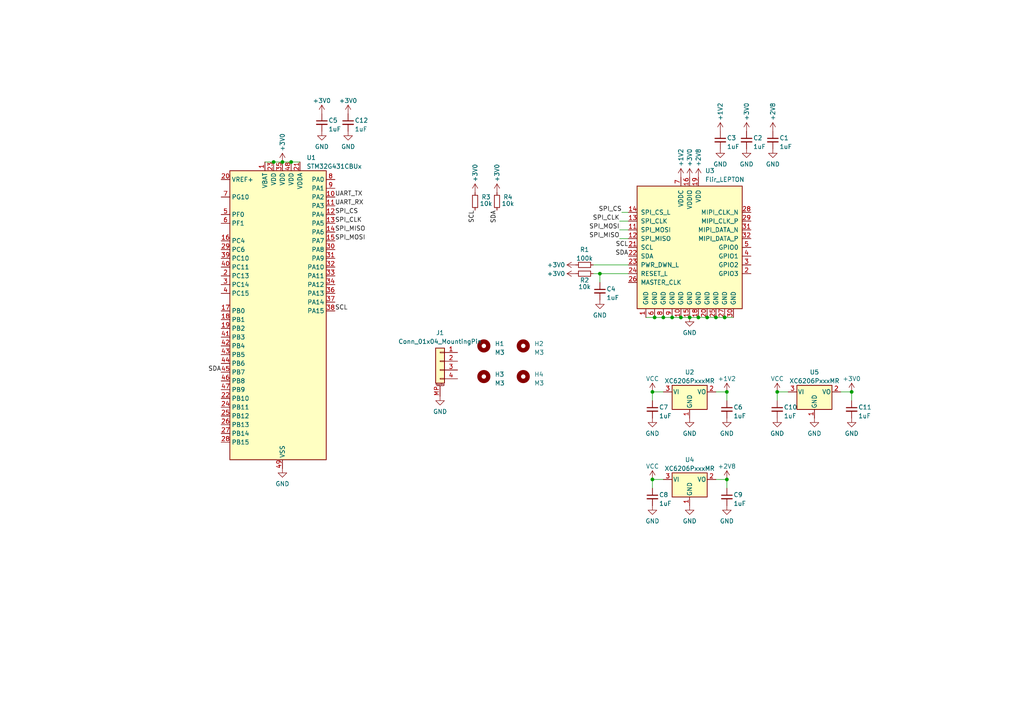
<source format=kicad_sch>
(kicad_sch (version 20230121) (generator eeschema)
  (paper "A4")
  (lib_symbols
    (symbol "Connector_Generic_MountingPin:Conn_01x04_MountingPin" (pin_names (offset 1.016) hide)
      (property "Reference" "J" (at 0 5.08 0))
      (property "Value" "Conn_01x04_MountingPin" (at 1.27 -7.62 0))
      (symbol "Conn_01x04_MountingPin_1_1"
        (rectangle (start -1.27 -4.953) (end 0 -5.207) (stroke (width 0.1524)))
        (rectangle (start -1.27 -2.413) (end 0 -2.667) (stroke (width 0.1524)))
        (rectangle (start -1.27 0.127) (end 0 -0.127) (stroke (width 0.1524)))
        (rectangle (start -1.27 2.667) (end 0 2.413) (stroke (width 0.1524)))
        (rectangle (start -1.27 3.81) (end 1.27 -6.35) (stroke (width 0.254)) (fill (type background)))
        (polyline (pts (xy -1.016 -7.112) (xy 1.016 -7.112)) (stroke (width 0.1524)))
        (text "Mounting" (at 0 -6.731 0) (effects (font (size 0.381 0.381))))
        (pin passive line (at -5.08 2.54 0) (length 3.81) (name "Pin_1") (number "1"))
        (pin passive line (at -5.08 0 0) (length 3.81) (name "Pin_2") (number "2"))
        (pin passive line (at -5.08 -2.54 0) (length 3.81) (name "Pin_3") (number "3"))
        (pin passive line (at -5.08 -5.08 0) (length 3.81) (name "Pin_4") (number "4"))
        (pin passive line (at 0 -10.16 90) (length 3.048) (name "MountPin") (number "MP"))
      )
    )
    (symbol "Device:C_Small" (pin_numbers hide) (pin_names (offset 0.254) hide)
      (property "Reference" "C" (at 0.254 1.778 0))
      (property "Value" "C_Small" (at 0.254 -2.032 0))
      (symbol "C_Small_0_1"
        (polyline (pts (xy -1.524 -0.508) (xy 1.524 -0.508)) (stroke (width 0.3302)))
        (polyline (pts (xy -1.524 0.508) (xy 1.524 0.508)) (stroke (width 0.3048)))
      )
      (symbol "C_Small_1_1"
        (pin passive line (at 0 2.54 270) (length 2.032) (name "~") (number "1"))
        (pin passive line (at 0 -2.54 90) (length 2.032) (name "~") (number "2"))
      )
    )
    (symbol "Device:R_Small" (pin_numbers hide) (pin_names (offset 0.254) hide)
      (property "Reference" "R" (at 0.762 0.508 0))
      (property "Value" "R_Small" (at 0.762 -1.016 0))
      (symbol "R_Small_0_1"
        (rectangle (start -0.762 1.778) (end 0.762 -1.778) (stroke (width 0.2032)))
      )
      (symbol "R_Small_1_1"
        (pin passive line (at 0 2.54 270) (length 0.762) (name "~") (number "1"))
        (pin passive line (at 0 -2.54 90) (length 0.762) (name "~") (number "2"))
      )
    )
    (symbol "MCU_ST_STM32G4:STM32G431CBUx"
      (property "Reference" "U" (at -12.7 44.45 0))
      (property "Value" "STM32G431CBUx" (at 10.16 44.45 0))
      (symbol "STM32G431CBUx_0_1"
        (rectangle (start -12.7 -40.64) (end 15.24 43.18) (stroke (width 0.254)) (fill (type background)))
      )
      (symbol "STM32G431CBUx_1_1"
        (pin power_in line (at -2.54 45.72 270) (length 2.54) (name "VBAT") (number "1"))
        (pin bidirectional line (at 17.78 35.56 180) (length 2.54) (name "PA2") (number "10"))
        (pin bidirectional line (at 17.78 33.02 180) (length 2.54) (name "PA3") (number "11"))
        (pin bidirectional line (at 17.78 30.48 180) (length 2.54) (name "PA4") (number "12"))
        (pin bidirectional line (at 17.78 27.94 180) (length 2.54) (name "PA5") (number "13"))
        (pin bidirectional line (at 17.78 25.4 180) (length 2.54) (name "PA6") (number "14"))
        (pin bidirectional line (at 17.78 22.86 180) (length 2.54) (name "PA7") (number "15"))
        (pin bidirectional line (at -15.24 22.86 0) (length 2.54) (name "PC4") (number "16"))
        (pin bidirectional line (at -15.24 2.54 0) (length 2.54) (name "PB0") (number "17"))
        (pin bidirectional line (at -15.24 0 0) (length 2.54) (name "PB1") (number "18"))
        (pin bidirectional line (at -15.24 -2.54 0) (length 2.54) (name "PB2") (number "19"))
        (pin bidirectional line (at -15.24 12.7 0) (length 2.54) (name "PC13") (number "2"))
        (pin input line (at -15.24 40.64 0) (length 2.54) (name "VREF+") (number "20"))
        (pin power_in line (at 7.62 45.72 270) (length 2.54) (name "VDDA") (number "21"))
        (pin bidirectional line (at -15.24 -22.86 0) (length 2.54) (name "PB10") (number "22"))
        (pin power_in line (at 0 45.72 270) (length 2.54) (name "VDD") (number "23"))
        (pin bidirectional line (at -15.24 -25.4 0) (length 2.54) (name "PB11") (number "24"))
        (pin bidirectional line (at -15.24 -27.94 0) (length 2.54) (name "PB12") (number "25"))
        (pin bidirectional line (at -15.24 -30.48 0) (length 2.54) (name "PB13") (number "26"))
        (pin bidirectional line (at -15.24 -33.02 0) (length 2.54) (name "PB14") (number "27"))
        (pin bidirectional line (at -15.24 -35.56 0) (length 2.54) (name "PB15") (number "28"))
        (pin bidirectional line (at -15.24 20.32 0) (length 2.54) (name "PC6") (number "29"))
        (pin bidirectional line (at -15.24 10.16 0) (length 2.54) (name "PC14") (number "3"))
        (pin bidirectional line (at 17.78 20.32 180) (length 2.54) (name "PA8") (number "30"))
        (pin bidirectional line (at 17.78 17.78 180) (length 2.54) (name "PA9") (number "31"))
        (pin bidirectional line (at 17.78 15.24 180) (length 2.54) (name "PA10") (number "32"))
        (pin bidirectional line (at 17.78 12.7 180) (length 2.54) (name "PA11") (number "33"))
        (pin bidirectional line (at 17.78 10.16 180) (length 2.54) (name "PA12") (number "34"))
        (pin power_in line (at 2.54 45.72 270) (length 2.54) (name "VDD") (number "35"))
        (pin bidirectional line (at 17.78 7.62 180) (length 2.54) (name "PA13") (number "36"))
        (pin bidirectional line (at 17.78 5.08 180) (length 2.54) (name "PA14") (number "37"))
        (pin bidirectional line (at 17.78 2.54 180) (length 2.54) (name "PA15") (number "38"))
        (pin bidirectional line (at -15.24 17.78 0) (length 2.54) (name "PC10") (number "39"))
        (pin bidirectional line (at -15.24 7.62 0) (length 2.54) (name "PC15") (number "4"))
        (pin bidirectional line (at -15.24 15.24 0) (length 2.54) (name "PC11") (number "40"))
        (pin bidirectional line (at -15.24 -5.08 0) (length 2.54) (name "PB3") (number "41"))
        (pin bidirectional line (at -15.24 -7.62 0) (length 2.54) (name "PB4") (number "42"))
        (pin bidirectional line (at -15.24 -10.16 0) (length 2.54) (name "PB5") (number "43"))
        (pin bidirectional line (at -15.24 -12.7 0) (length 2.54) (name "PB6") (number "44"))
        (pin bidirectional line (at -15.24 -15.24 0) (length 2.54) (name "PB7") (number "45"))
        (pin bidirectional line (at -15.24 -17.78 0) (length 2.54) (name "PB8") (number "46"))
        (pin bidirectional line (at -15.24 -20.32 0) (length 2.54) (name "PB9") (number "47"))
        (pin power_in line (at 5.08 45.72 270) (length 2.54) (name "VDD") (number "48"))
        (pin power_in line (at 2.54 -43.18 90) (length 2.54) (name "VSS") (number "49"))
        (pin bidirectional line (at -15.24 30.48 0) (length 2.54) (name "PF0") (number "5"))
        (pin bidirectional line (at -15.24 27.94 0) (length 2.54) (name "PF1") (number "6"))
        (pin bidirectional line (at -15.24 35.56 0) (length 2.54) (name "PG10") (number "7"))
        (pin bidirectional line (at 17.78 40.64 180) (length 2.54) (name "PA0") (number "8"))
        (pin bidirectional line (at 17.78 38.1 180) (length 2.54) (name "PA1") (number "9"))
      )
    )
    (symbol "Mechanical:MountingHole" (pin_names (offset 1.016))
      (property "Reference" "H" (at 0 5.08 0))
      (property "Value" "MountingHole" (at 0 3.175 0))
      (symbol "MountingHole_0_1"
        (circle (center 0 0) (radius 1.27) (stroke (width 1.27)))
      )
    )
    (symbol "Regulator_Linear:XC6206PxxxMR" (pin_names (offset 0.254))
      (property "Reference" "U" (at -3.81 3.175 0))
      (property "Value" "XC6206PxxxMR" (at 0 3.175 0))
      (symbol "XC6206PxxxMR_0_1"
        (rectangle (start -5.08 1.905) (end 5.08 -5.08) (stroke (width 0.254)) (fill (type background)))
      )
      (symbol "XC6206PxxxMR_1_1"
        (pin power_in line (at 0 -7.62 90) (length 2.54) (name "GND") (number "1"))
        (pin power_out line (at 7.62 0 180) (length 2.54) (name "VO") (number "2"))
        (pin power_in line (at -7.62 0 0) (length 2.54) (name "VI") (number "3"))
      )
    )
    (symbol "Sensor_Optical:Flir_LEPTON" (pin_names (offset 1.016))
      (property "Reference" "U" (at -15.24 21.59 0))
      (property "Value" "Flir_LEPTON" (at -15.24 19.05 0))
      (symbol "Flir_LEPTON_0_1"
        (rectangle (start -15.24 17.78) (end 15.24 -17.78) (stroke (width 0.254)) (fill (type background)))
      )
      (symbol "Flir_LEPTON_1_1"
        (pin power_in line (at -12.7 -20.32 90) (length 2.54) (name "GND") (number "1"))
        (pin power_in line (at -2.54 -20.32 90) (length 2.54) (name "GND") (number "10"))
        (pin input line (at -17.78 5.08 0) (length 2.54) (name "SPI_MOSI") (number "11"))
        (pin output line (at -17.78 2.54 0) (length 2.54) (name "SPI_MISO") (number "12"))
        (pin input line (at -17.78 7.62 0) (length 2.54) (name "SPI_CLK") (number "13"))
        (pin input line (at -17.78 10.16 0) (length 2.54) (name "SPI_CS_L") (number "14"))
        (pin power_in line (at 0 -20.32 90) (length 2.54) (name "GND") (number "15"))
        (pin power_in line (at 0 20.32 270) (length 2.54) (name "VDDIO") (number "16"))
        (pin no_connect line (at 15.24 -10.16 180) (length 2.54) hide (name "NC") (number "17"))
        (pin power_in line (at 2.54 -20.32 90) (length 2.54) (name "GND") (number "18"))
        (pin power_in line (at 2.54 20.32 270) (length 2.54) (name "VDD") (number "19"))
        (pin bidirectional line (at 17.78 -7.62 180) (length 2.54) (name "GPIO3") (number "2"))
        (pin power_in line (at 5.08 -20.32 90) (length 2.54) (name "GND") (number "20"))
        (pin input line (at -17.78 0 0) (length 2.54) (name "SCL") (number "21"))
        (pin bidirectional line (at -17.78 -2.54 0) (length 2.54) (name "SDA") (number "22"))
        (pin input line (at -17.78 -5.08 0) (length 2.54) (name "PWR_DWN_L") (number "23"))
        (pin input line (at -17.78 -7.62 0) (length 2.54) (name "RESET_L") (number "24"))
        (pin power_in line (at 7.62 -20.32 90) (length 2.54) (name "GND") (number "25"))
        (pin input line (at -17.78 -10.16 0) (length 2.54) (name "MASTER_CLK") (number "26"))
        (pin power_in line (at 10.16 -20.32 90) (length 2.54) (name "GND") (number "27"))
        (pin output line (at 17.78 10.16 180) (length 2.54) (name "MIPI_CLK_N") (number "28"))
        (pin output line (at 17.78 7.62 180) (length 2.54) (name "MIPI_CLK_P") (number "29"))
        (pin bidirectional line (at 17.78 -5.08 180) (length 2.54) (name "GPIO2") (number "3"))
        (pin power_in line (at 12.7 -20.32 90) (length 2.54) (name "GND") (number "30"))
        (pin output line (at 17.78 5.08 180) (length 2.54) (name "MIPI_DATA_N") (number "31"))
        (pin output line (at 17.78 2.54 180) (length 2.54) (name "MIPI_DATA_P") (number "32"))
        (pin bidirectional line (at 17.78 -2.54 180) (length 2.54) (name "GPIO1") (number "4"))
        (pin bidirectional line (at 17.78 0 180) (length 2.54) (name "GPIO0") (number "5"))
        (pin power_in line (at -10.16 -20.32 90) (length 2.54) (name "GND") (number "6"))
        (pin power_in line (at -2.54 20.32 270) (length 2.54) (name "VDDC") (number "7"))
        (pin power_in line (at -7.62 -20.32 90) (length 2.54) (name "GND") (number "8"))
        (pin power_in line (at -5.08 -20.32 90) (length 2.54) (name "GND") (number "9"))
      )
    )
    (symbol "power:+1V2" (power) (pin_names (offset 0))
      (property "Value" "+1V2" (at 0 3.556 0))
      (symbol "+1V2_0_1"
        (polyline (pts (xy -0.762 1.27) (xy 0 2.54)))
        (polyline (pts (xy 0 0) (xy 0 2.54)))
        (polyline (pts (xy 0 2.54) (xy 0.762 1.27)))
      )
      (symbol "+1V2_1_1"
        (pin power_in line (at 0 0 90) (length 0) hide (name "+1V2") (number "1"))
      )
    )
    (symbol "power:+2V8" (power) (pin_names (offset 0))
      (property "Value" "+2V8" (at 0 3.556 0))
      (symbol "+2V8_0_1"
        (polyline (pts (xy -0.762 1.27) (xy 0 2.54)))
        (polyline (pts (xy 0 0) (xy 0 2.54)))
        (polyline (pts (xy 0 2.54) (xy 0.762 1.27)))
      )
      (symbol "+2V8_1_1"
        (pin power_in line (at 0 0 90) (length 0) hide (name "+2V8") (number "1"))
      )
    )
    (symbol "power:+3V0" (power) (pin_names (offset 0))
      (property "Value" "+3V0" (at 0 3.556 0))
      (symbol "+3V0_0_1"
        (polyline (pts (xy -0.762 1.27) (xy 0 2.54)))
        (polyline (pts (xy 0 0) (xy 0 2.54)))
        (polyline (pts (xy 0 2.54) (xy 0.762 1.27)))
      )
      (symbol "+3V0_1_1"
        (pin power_in line (at 0 0 90) (length 0) hide (name "+3V0") (number "1"))
      )
    )
    (symbol "power:GND" (power) (pin_names (offset 0))
      (property "Value" "GND" (at 0 -3.81 0))
      (symbol "GND_0_1"
        (polyline (pts (xy 0 0) (xy 0 -1.27) (xy 1.27 -1.27) (xy 0 -2.54) (xy -1.27 -1.27) (xy 0 -1.27)))
      )
      (symbol "GND_1_1"
        (pin power_in line (at 0 0 270) (length 0) hide (name "GND") (number "1"))
      )
    )
    (symbol "power:VCC" (power) (pin_names (offset 0))
      (property "Value" "VCC" (at 0 3.81 0))
      (symbol "VCC_0_1"
        (polyline (pts (xy -0.762 1.27) (xy 0 2.54)))
        (polyline (pts (xy 0 0) (xy 0 2.54)))
        (polyline (pts (xy 0 2.54) (xy 0.762 1.27)))
      )
      (symbol "VCC_1_1"
        (pin power_in line (at 0 0 90) (length 0) hide (name "VCC") (number "1"))
      )
    )
  )
  (junction (at 210.185 92.075))
  (junction (at 247.015 113.665))
  (junction (at 173.99 79.375))
  (junction (at 189.23 139.065))
  (junction (at 189.23 113.665))
  (junction (at 189.865 92.075))
  (junction (at 210.82 113.665))
  (junction (at 192.405 92.075))
  (junction (at 200.025 92.075))
  (junction (at 194.945 92.075))
  (junction (at 81.915 46.99))
  (junction (at 205.105 92.075))
  (junction (at 197.485 92.075))
  (junction (at 202.565 92.075))
  (junction (at 84.455 46.99))
  (junction (at 225.425 113.665))
  (junction (at 79.375 46.99))
  (junction (at 207.645 92.075))
  (junction (at 210.82 139.065))
  (wire (pts (xy 207.645 113.665) (xy 210.82 113.665)))
  (wire (pts (xy 228.6 113.665) (xy 225.425 113.665)))
  (wire (pts (xy 210.82 113.665) (xy 210.82 116.205)))
  (wire (pts (xy 197.485 92.075) (xy 200.025 92.075)))
  (wire (pts (xy 207.645 92.075) (xy 210.185 92.075)))
  (wire (pts (xy 79.375 46.99) (xy 81.915 46.99)))
  (wire (pts (xy 194.945 92.075) (xy 197.485 92.075)))
  (wire (pts (xy 247.015 113.665) (xy 247.015 116.205)))
  (wire (pts (xy 179.705 64.135) (xy 182.245 64.135)))
  (wire (pts (xy 172.085 76.835) (xy 182.245 76.835)))
  (wire (pts (xy 187.325 92.075) (xy 189.865 92.075)))
  (wire (pts (xy 180.34 61.595) (xy 182.245 61.595)))
  (wire (pts (xy 210.82 139.065) (xy 210.82 141.605)))
  (wire (pts (xy 172.085 79.375) (xy 173.99 79.375)))
  (wire (pts (xy 173.99 79.375) (xy 173.99 81.915)))
  (wire (pts (xy 76.835 46.99) (xy 79.375 46.99)))
  (wire (pts (xy 192.405 92.075) (xy 194.945 92.075)))
  (wire (pts (xy 173.99 79.375) (xy 182.245 79.375)))
  (wire (pts (xy 205.105 92.075) (xy 207.645 92.075)))
  (wire (pts (xy 207.645 139.065) (xy 210.82 139.065)))
  (wire (pts (xy 179.705 66.675) (xy 182.245 66.675)))
  (wire (pts (xy 189.865 92.075) (xy 192.405 92.075)))
  (wire (pts (xy 210.185 92.075) (xy 212.725 92.075)))
  (wire (pts (xy 81.915 46.99) (xy 84.455 46.99)))
  (wire (pts (xy 202.565 92.075) (xy 205.105 92.075)))
  (wire (pts (xy 225.425 113.665) (xy 225.425 116.205)))
  (wire (pts (xy 84.455 46.99) (xy 86.995 46.99)))
  (wire (pts (xy 192.405 113.665) (xy 189.23 113.665)))
  (wire (pts (xy 179.705 69.215) (xy 182.245 69.215)))
  (wire (pts (xy 243.84 113.665) (xy 247.015 113.665)))
  (wire (pts (xy 192.405 139.065) (xy 189.23 139.065)))
  (wire (pts (xy 189.23 139.065) (xy 189.23 141.605)))
  (wire (pts (xy 200.025 92.075) (xy 202.565 92.075)))
  (wire (pts (xy 189.23 113.665) (xy 189.23 116.205)))
  (label "SPI_CLK" (at 97.155 64.77 0))
  (label "SPI_CS" (at 97.155 62.23 0))
  (label "UART_TX" (at 97.155 57.15 0))
  (label "UART_RX" (at 97.155 59.69 0))
  (label "SCL" (at 97.155 90.17 0))
  (label "SDA" (at 64.135 107.95 180))
  (label "SPI_MOSI" (at 179.705 66.675 180))
  (label "SCL" (at 182.245 71.755 180))
  (label "SDA" (at 182.245 74.295 180))
  (label "SPI_CLK" (at 179.705 64.135 180))
  (label "SPI_CS" (at 180.34 61.595 180))
  (label "SPI_MISO" (at 179.705 69.215 180))
  (label "SCL" (at 137.795 60.96 270))
  (label "SPI_MOSI" (at 97.155 69.85 0))
  (label "SDA" (at 144.145 60.96 270))
  (label "SPI_MISO" (at 97.155 67.31 0))
  (symbol (lib_id "power:GND") (at 208.915 43.18 0) (unit 1)
    (property "Reference" "#PWR09" (effects hide))
    (property "Value" "GND" (at 208.915 47.625 0))
  )
  (symbol (lib_id "power:+3V0") (at 200.025 51.435 0) (unit 1)
    (property "Reference" "#PWR03" (effects hide))
    (property "Value" "+3V0" (at 200.025 45.72 90))
  )
  (symbol (lib_id "Device:C_Small") (at 208.915 40.64 0) (unit 1)
    (property "Reference" "C3" (at 210.82 40.005 0) (effects (justify left)))
    (property "Value" "1uF" (at 210.82 42.545 0) (effects (justify left)))
    (property "Footprint" "Capacitor_SMD:C_0402_1005Metric" (effects hide))
  )
  (symbol (lib_id "Connector_Generic_MountingPin:Conn_01x04_MountingPin") (at 127.635 104.775 0) (mirror y) (unit 1)
    (property "Reference" "J1" (at 127.635 96.52 0))
    (property "Value" "Conn_01x04_MountingPin" (at 127.635 99.06 0))
    (property "Footprint" "Connector_JST:JST_GH_SM04B-GHS-TB_1x04-1MP_P1.25mm_Horizontal" (effects hide))
  )
  (symbol (lib_id "power:+2V8") (at 210.82 139.065 0) (unit 1)
    (property "Reference" "#PWR026" (effects hide))
    (property "Value" "+2V8" (at 210.82 135.255 0))
  )
  (symbol (lib_id "Device:C_Small") (at 224.155 40.64 0) (unit 1)
    (property "Reference" "C1" (at 226.06 40.005 0) (effects (justify left)))
    (property "Value" "1uF" (at 226.06 42.545 0) (effects (justify left)))
    (property "Footprint" "Capacitor_SMD:C_0402_1005Metric" (effects hide))
  )
  (symbol (lib_id "power:GND") (at 210.82 146.685 0) (unit 1)
    (property "Reference" "#PWR027" (effects hide))
    (property "Value" "GND" (at 210.82 151.13 0))
  )
  (symbol (lib_id "power:VCC") (at 225.425 113.665 0) (unit 1)
    (property "Reference" "#PWR028" (effects hide))
    (property "Value" "VCC" (at 225.425 109.855 0))
  )
  (symbol (lib_id "Mechanical:MountingHole") (at 151.765 100.33 0) (unit 1)
    (property "Reference" "H2" (at 154.94 99.695 0) (effects (justify left)))
    (property "Value" "M3" (at 154.94 102.235 0) (effects (justify left)))
    (property "Footprint" "MountingHole:MountingHole_3.2mm_M3" (effects hide))
  )
  (symbol (lib_id "power:+3V0") (at 247.015 113.665 0) (unit 1)
    (property "Reference" "#PWR031" (effects hide))
    (property "Value" "+3V0" (at 247.015 109.855 0))
  )
  (symbol (lib_id "power:+3V0") (at 167.005 79.375 90) (unit 1)
    (property "Reference" "#PWR012" (effects hide))
    (property "Value" "+3V0" (at 161.29 79.375 90))
  )
  (symbol (lib_id "Mechanical:MountingHole") (at 151.765 109.22 0) (unit 1)
    (property "Reference" "H4" (at 154.94 108.585 0) (effects (justify left)))
    (property "Value" "M3" (at 154.94 111.125 0) (effects (justify left)))
    (property "Footprint" "MountingHole:MountingHole_3.2mm_M3" (effects hide))
  )
  (symbol (lib_id "Device:R_Small") (at 169.545 79.375 90) (unit 1)
    (property "Reference" "R2" (at 169.545 81.28 90))
    (property "Value" "10k" (at 169.545 83.185 90))
    (property "Footprint" "Resistor_SMD:R_0402_1005Metric" (effects hide))
  )
  (symbol (lib_id "power:VCC") (at 189.23 139.065 0) (unit 1)
    (property "Reference" "#PWR023" (effects hide))
    (property "Value" "VCC" (at 189.23 135.255 0))
  )
  (symbol (lib_id "power:+3V0") (at 93.345 33.02 0) (unit 1)
    (property "Reference" "#PWR016" (effects hide))
    (property "Value" "+3V0" (at 93.345 29.21 0))
  )
  (symbol (lib_id "Device:C_Small") (at 247.015 118.745 0) (unit 1)
    (property "Reference" "C11" (at 248.92 118.11 0) (effects (justify left)))
    (property "Value" "1uF" (at 248.92 120.65 0) (effects (justify left)))
    (property "Footprint" "Capacitor_SMD:C_0402_1005Metric" (effects hide))
  )
  (symbol (lib_id "Device:C_Small") (at 189.23 144.145 0) (unit 1)
    (property "Reference" "C8" (at 191.135 143.51 0) (effects (justify left)))
    (property "Value" "1uF" (at 191.135 146.05 0) (effects (justify left)))
    (property "Footprint" "Capacitor_SMD:C_0402_1005Metric" (effects hide))
  )
  (symbol (lib_id "Regulator_Linear:XC6206PxxxMR") (at 236.22 113.665 0) (unit 1)
    (property "Reference" "U5" (at 236.22 107.95 0))
    (property "Value" "XC6206PxxxMR" (at 236.22 110.49 0))
    (property "Footprint" "Package_TO_SOT_SMD:SOT-23-3" (effects hide))
    (property "Datasheet" "https://www.torexsemi.com/file/xc6206/XC6206.pdf" (effects hide))
  )
  (symbol (lib_id "power:GND") (at 200.025 92.075 0) (unit 1)
    (property "Reference" "#PWR01" (effects hide))
    (property "Value" "GND" (at 200.025 96.52 0))
  )
  (symbol (lib_id "power:+3V0") (at 137.795 55.88 0) (unit 1)
    (property "Reference" "#PWR033" (effects hide))
    (property "Value" "+3V0" (at 137.795 50.165 90))
  )
  (symbol (lib_id "power:+1V2") (at 208.915 38.1 0) (unit 1)
    (property "Reference" "#PWR010" (effects hide))
    (property "Value" "+1V2" (at 208.915 32.385 90))
  )
  (symbol (lib_id "power:GND") (at 189.23 146.685 0) (unit 1)
    (property "Reference" "#PWR024" (effects hide))
    (property "Value" "GND" (at 189.23 151.13 0))
  )
  (symbol (lib_id "Mechanical:MountingHole") (at 140.335 109.22 0) (unit 1)
    (property "Reference" "H3" (at 143.51 108.585 0) (effects (justify left)))
    (property "Value" "M3" (at 143.51 111.125 0) (effects (justify left)))
    (property "Footprint" "MountingHole:MountingHole_3.2mm_M3" (effects hide))
  )
  (symbol (lib_id "Mechanical:MountingHole") (at 140.335 100.33 0) (unit 1)
    (property "Reference" "H1" (at 143.51 99.695 0) (effects (justify left)))
    (property "Value" "M3" (at 143.51 102.235 0) (effects (justify left)))
    (property "Footprint" "MountingHole:MountingHole_3.2mm_M3" (effects hide))
  )
  (symbol (lib_id "power:+3V0") (at 216.535 38.1 0) (unit 1)
    (property "Reference" "#PWR07" (effects hide))
    (property "Value" "+3V0" (at 216.535 32.385 90))
  )
  (symbol (lib_id "MCU_ST_STM32G4:STM32G431CBUx") (at 79.375 92.71 0) (unit 1)
    (property "Reference" "U1" (at 88.9 45.72 0) (effects (justify left)))
    (property "Value" "STM32G431CBUx" (at 88.9 48.26 0) (effects (justify left)))
    (property "Footprint" "Package_DFN_QFN:QFN-48-1EP_7x7mm_P0.5mm_EP5.6x5.6mm" (effects hide))
    (property "Datasheet" "https://www.st.com/resource/en/datasheet/stm32g431cb.pdf" (effects hide))
  )
  (symbol (lib_id "power:GND") (at 93.345 38.1 0) (unit 1)
    (property "Reference" "#PWR017" (effects hide))
    (property "Value" "GND" (at 93.345 42.545 0))
  )
  (symbol (lib_id "power:GND") (at 224.155 43.18 0) (unit 1)
    (property "Reference" "#PWR06" (effects hide))
    (property "Value" "GND" (at 224.155 47.625 0))
  )
  (symbol (lib_id "Regulator_Linear:XC6206PxxxMR") (at 200.025 113.665 0) (unit 1)
    (property "Reference" "U2" (at 200.025 107.95 0))
    (property "Value" "XC6206PxxxMR" (at 200.025 110.49 0))
    (property "Footprint" "Package_TO_SOT_SMD:SOT-23-3" (effects hide))
    (property "Datasheet" "https://www.torexsemi.com/file/xc6206/XC6206.pdf" (effects hide))
  )
  (symbol (lib_id "Device:C_Small") (at 210.82 118.745 0) (unit 1)
    (property "Reference" "C6" (at 212.725 118.11 0) (effects (justify left)))
    (property "Value" "1uF" (at 212.725 120.65 0) (effects (justify left)))
    (property "Footprint" "Capacitor_SMD:C_0402_1005Metric" (effects hide))
  )
  (symbol (lib_id "Device:C_Small") (at 189.23 118.745 0) (unit 1)
    (property "Reference" "C7" (at 191.135 118.11 0) (effects (justify left)))
    (property "Value" "1uF" (at 191.135 120.65 0) (effects (justify left)))
    (property "Footprint" "Capacitor_SMD:C_0402_1005Metric" (effects hide))
  )
  (symbol (lib_id "Device:C_Small") (at 210.82 144.145 0) (unit 1)
    (property "Reference" "C9" (at 212.725 143.51 0) (effects (justify left)))
    (property "Value" "1uF" (at 212.725 146.05 0) (effects (justify left)))
    (property "Footprint" "Capacitor_SMD:C_0402_1005Metric" (effects hide))
  )
  (symbol (lib_id "power:GND") (at 173.99 86.995 0) (unit 1)
    (property "Reference" "#PWR013" (effects hide))
    (property "Value" "GND" (at 173.99 91.44 0))
  )
  (symbol (lib_id "power:VCC") (at 189.23 113.665 0) (unit 1)
    (property "Reference" "#PWR022" (effects hide))
    (property "Value" "VCC" (at 189.23 109.855 0))
  )
  (symbol (lib_id "power:GND") (at 200.025 121.285 0) (unit 1)
    (property "Reference" "#PWR018" (effects hide))
    (property "Value" "GND" (at 200.025 125.73 0))
  )
  (symbol (lib_id "Device:C_Small") (at 100.965 35.56 0) (unit 1)
    (property "Reference" "C12" (at 102.87 34.925 0) (effects (justify left)))
    (property "Value" "1uF" (at 102.87 37.465 0) (effects (justify left)))
    (property "Footprint" "Capacitor_SMD:C_0402_1005Metric" (effects hide))
  )
  (symbol (lib_id "Device:C_Small") (at 225.425 118.745 0) (unit 1)
    (property "Reference" "C10" (at 227.33 118.11 0) (effects (justify left)))
    (property "Value" "1uF" (at 227.33 120.65 0) (effects (justify left)))
    (property "Footprint" "Capacitor_SMD:C_0402_1005Metric" (effects hide))
  )
  (symbol (lib_id "power:+2V8") (at 224.155 38.1 0) (unit 1)
    (property "Reference" "#PWR05" (effects hide))
    (property "Value" "+2V8" (at 224.155 32.385 90))
  )
  (symbol (lib_id "power:GND") (at 81.915 135.89 0) (unit 1)
    (property "Reference" "#PWR015" (effects hide))
    (property "Value" "GND" (at 81.915 140.335 0))
  )
  (symbol (lib_id "power:GND") (at 100.965 38.1 0) (unit 1)
    (property "Reference" "#PWR036" (effects hide))
    (property "Value" "GND" (at 100.965 42.545 0))
  )
  (symbol (lib_id "Device:C_Small") (at 173.99 84.455 0) (unit 1)
    (property "Reference" "C4" (at 175.895 83.82 0) (effects (justify left)))
    (property "Value" "1uF" (at 175.895 86.36 0) (effects (justify left)))
    (property "Footprint" "Capacitor_SMD:C_0402_1005Metric" (effects hide))
  )
  (symbol (lib_id "Device:R_Small") (at 137.795 58.42 180) (unit 1)
    (property "Reference" "R3" (at 140.97 57.15 0))
    (property "Value" "10k" (at 140.97 59.055 0))
    (property "Footprint" "Resistor_SMD:R_0402_1005Metric" (effects hide))
  )
  (symbol (lib_id "power:+3V0") (at 144.145 55.88 0) (unit 1)
    (property "Reference" "#PWR034" (effects hide))
    (property "Value" "+3V0" (at 144.145 50.165 90))
  )
  (symbol (lib_id "power:GND") (at 247.015 121.285 0) (unit 1)
    (property "Reference" "#PWR032" (effects hide))
    (property "Value" "GND" (at 247.015 125.73 0))
  )
  (symbol (lib_id "Device:C_Small") (at 216.535 40.64 0) (unit 1)
    (property "Reference" "C2" (at 218.44 40.005 0) (effects (justify left)))
    (property "Value" "1uF" (at 218.44 42.545 0) (effects (justify left)))
    (property "Footprint" "Capacitor_SMD:C_0402_1005Metric" (effects hide))
  )
  (symbol (lib_id "power:+2V8") (at 202.565 51.435 0) (unit 1)
    (property "Reference" "#PWR04" (effects hide))
    (property "Value" "+2V8" (at 202.565 45.72 90))
  )
  (symbol (lib_id "power:+1V2") (at 197.485 51.435 0) (unit 1)
    (property "Reference" "#PWR02" (effects hide))
    (property "Value" "+1V2" (at 197.485 45.72 90))
  )
  (symbol (lib_id "power:+1V2") (at 210.82 113.665 0) (unit 1)
    (property "Reference" "#PWR021" (effects hide))
    (property "Value" "+1V2" (at 210.82 109.855 0))
  )
  (symbol (lib_id "power:+3V0") (at 167.005 76.835 90) (unit 1)
    (property "Reference" "#PWR011" (effects hide))
    (property "Value" "+3V0" (at 161.29 76.835 90))
  )
  (symbol (lib_id "power:GND") (at 216.535 43.18 0) (unit 1)
    (property "Reference" "#PWR08" (effects hide))
    (property "Value" "GND" (at 216.535 47.625 0))
  )
  (symbol (lib_id "power:+3V0") (at 100.965 33.02 0) (unit 1)
    (property "Reference" "#PWR035" (effects hide))
    (property "Value" "+3V0" (at 100.965 29.21 0))
  )
  (symbol (lib_id "Device:R_Small") (at 144.145 58.42 180) (unit 1)
    (property "Reference" "R4" (at 147.32 57.15 0))
    (property "Value" "10k" (at 147.32 59.055 0))
    (property "Footprint" "Resistor_SMD:R_0402_1005Metric" (effects hide))
  )
  (symbol (lib_id "power:+3V0") (at 81.915 46.99 0) (unit 1)
    (property "Reference" "#PWR014" (effects hide))
    (property "Value" "+3V0" (at 81.915 41.275 90))
  )
  (symbol (lib_id "Regulator_Linear:XC6206PxxxMR") (at 200.025 139.065 0) (unit 1)
    (property "Reference" "U4" (at 200.025 133.35 0))
    (property "Value" "XC6206PxxxMR" (at 200.025 135.89 0))
    (property "Footprint" "Package_TO_SOT_SMD:SOT-23-3" (effects hide))
    (property "Datasheet" "https://www.torexsemi.com/file/xc6206/XC6206.pdf" (effects hide))
  )
  (symbol (lib_id "power:GND") (at 225.425 121.285 0) (unit 1)
    (property "Reference" "#PWR029" (effects hide))
    (property "Value" "GND" (at 225.425 125.73 0))
  )
  (symbol (lib_id "Device:R_Small") (at 169.545 76.835 90) (unit 1)
    (property "Reference" "R1" (at 169.545 72.39 90))
    (property "Value" "100k" (at 169.545 74.93 90))
    (property "Footprint" "Resistor_SMD:R_0402_1005Metric" (effects hide))
  )
  (symbol (lib_id "power:GND") (at 127.635 114.935 0) (unit 1)
    (property "Reference" "#PWR037" (effects hide))
    (property "Value" "GND" (at 127.635 119.38 0))
  )
  (symbol (lib_id "power:GND") (at 210.82 121.285 0) (unit 1)
    (property "Reference" "#PWR019" (effects hide))
    (property "Value" "GND" (at 210.82 125.73 0))
  )
  (symbol (lib_id "Device:C_Small") (at 93.345 35.56 0) (unit 1)
    (property "Reference" "C5" (at 95.25 34.925 0) (effects (justify left)))
    (property "Value" "1uF" (at 95.25 37.465 0) (effects (justify left)))
    (property "Footprint" "Capacitor_SMD:C_0402_1005Metric" (effects hide))
  )
  (symbol (lib_id "power:GND") (at 200.025 146.685 0) (unit 1)
    (property "Reference" "#PWR025" (effects hide))
    (property "Value" "GND" (at 200.025 151.13 0))
  )
  (symbol (lib_id "power:GND") (at 236.22 121.285 0) (unit 1)
    (property "Reference" "#PWR030" (effects hide))
    (property "Value" "GND" (at 236.22 125.73 0))
  )
  (symbol (lib_id "Sensor_Optical:Flir_LEPTON") (at 200.025 71.755 0) (unit 1)
    (property "Reference" "U3" (at 204.5209 49.53 0) (effects (justify left)))
    (property "Value" "Flir_LEPTON" (at 204.5209 52.07 0) (effects (justify left)))
    (property "Footprint" "Orbital_imager_LRes_lib:Molex-1050281001-MFG" (effects hide))
    (property "Datasheet" "https://cdn.sparkfun.com/datasheets/Sensors/Infrared/FLIR_Lepton_Data_Brief.pdf" (effects hide))
  )
  (symbol (lib_id "power:GND") (at 189.23 121.285 0) (unit 1)
    (property "Reference" "#PWR020" (effects hide))
    (property "Value" "GND" (at 189.23 125.73 0))
  )
)
</source>
